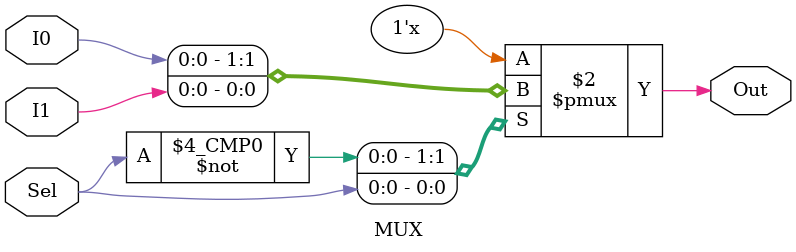
<source format=v>
`timescale 1ns / 1ps

module MUX( Out, I0, I1, Sel);
 output Out;
 input I0, I1, Sel;
 reg Out;
 
 always @ (I0, I1, Sel)
 begin
  case (Sel)
  1'b0: Out = I0;
  1'b1: Out = I1;
  default Out = 0;
 endcase
end

endmodule

</source>
